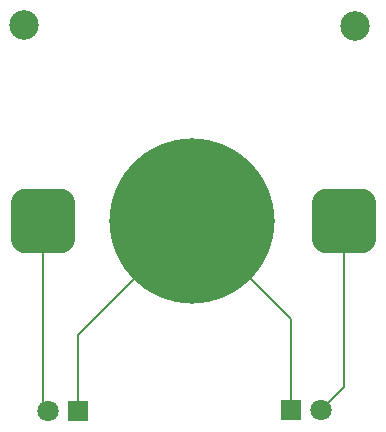
<source format=gbl>
%TF.GenerationSoftware,KiCad,Pcbnew,8.0.3*%
%TF.CreationDate,2024-07-02T11:26:53+01:00*%
%TF.ProjectId,I_Can_Solder_Badge,495f4361-6e5f-4536-9f6c-6465725f4261,rev?*%
%TF.SameCoordinates,Original*%
%TF.FileFunction,Copper,L2,Bot*%
%TF.FilePolarity,Positive*%
%FSLAX46Y46*%
G04 Gerber Fmt 4.6, Leading zero omitted, Abs format (unit mm)*
G04 Created by KiCad (PCBNEW 8.0.3) date 2024-07-02 11:26:53*
%MOMM*%
%LPD*%
G01*
G04 APERTURE LIST*
G04 Aperture macros list*
%AMRoundRect*
0 Rectangle with rounded corners*
0 $1 Rounding radius*
0 $2 $3 $4 $5 $6 $7 $8 $9 X,Y pos of 4 corners*
0 Add a 4 corners polygon primitive as box body*
4,1,4,$2,$3,$4,$5,$6,$7,$8,$9,$2,$3,0*
0 Add four circle primitives for the rounded corners*
1,1,$1+$1,$2,$3*
1,1,$1+$1,$4,$5*
1,1,$1+$1,$6,$7*
1,1,$1+$1,$8,$9*
0 Add four rect primitives between the rounded corners*
20,1,$1+$1,$2,$3,$4,$5,0*
20,1,$1+$1,$4,$5,$6,$7,0*
20,1,$1+$1,$6,$7,$8,$9,0*
20,1,$1+$1,$8,$9,$2,$3,0*%
G04 Aperture macros list end*
%TA.AperFunction,ComponentPad*%
%ADD10C,2.500000*%
%TD*%
%TA.AperFunction,ComponentPad*%
%ADD11R,1.800000X1.800000*%
%TD*%
%TA.AperFunction,ComponentPad*%
%ADD12C,1.800000*%
%TD*%
%TA.AperFunction,SMDPad,CuDef*%
%ADD13RoundRect,1.375000X-1.375000X-1.375000X1.375000X-1.375000X1.375000X1.375000X-1.375000X1.375000X0*%
%TD*%
%TA.AperFunction,SMDPad,CuDef*%
%ADD14C,14.000000*%
%TD*%
%TA.AperFunction,Conductor*%
%ADD15C,0.200000*%
%TD*%
G04 APERTURE END LIST*
D10*
%TO.P,J3,1,Pin_1*%
%TO.N,unconnected-(J3-Pin_1-Pad1)*%
X154800000Y-53900000D03*
%TD*%
D11*
%TO.P,D2,1,K*%
%TO.N,GND*%
X149400000Y-86400000D03*
D12*
%TO.P,D2,2,A*%
%TO.N,VCC*%
X151940000Y-86400000D03*
%TD*%
D11*
%TO.P,D1,1,K*%
%TO.N,GND*%
X131375000Y-86500000D03*
D12*
%TO.P,D1,2,A*%
%TO.N,VCC*%
X128835000Y-86500000D03*
%TD*%
D10*
%TO.P,J2,1,Pin_1*%
%TO.N,unconnected-(J2-Pin_1-Pad1)*%
X126800000Y-53800000D03*
%TD*%
D13*
%TO.P,J1,1,Pin_1*%
%TO.N,VCC*%
X128400000Y-70400000D03*
%TO.P,J1,2,Pin_2*%
X153900000Y-70400000D03*
D14*
%TO.P,J1,3,Pin_3*%
%TO.N,GND*%
X141060000Y-70400000D03*
%TD*%
D15*
%TO.N,GND*%
X141060000Y-70400000D02*
X149400000Y-78740000D01*
X131375000Y-80085000D02*
X131375000Y-86500000D01*
X149400000Y-78740000D02*
X149400000Y-86400000D01*
X141060000Y-70400000D02*
X131375000Y-80085000D01*
%TO.N,VCC*%
X153900000Y-84440000D02*
X151940000Y-86400000D01*
X128400000Y-86065000D02*
X128835000Y-86500000D01*
X153900000Y-70400000D02*
X153900000Y-84440000D01*
X128400000Y-70400000D02*
X128400000Y-86065000D01*
%TD*%
M02*

</source>
